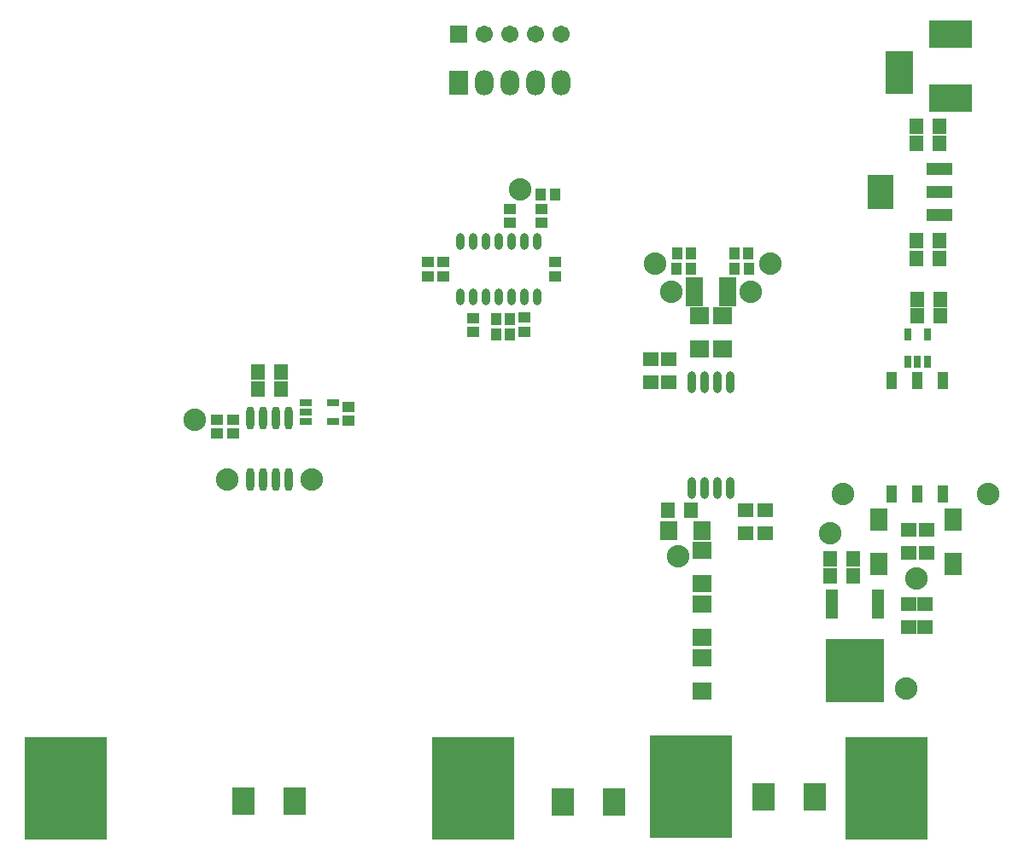
<source format=gts>
G04*
G04 #@! TF.GenerationSoftware,Altium Limited,Altium Designer,20.2.7 (254)*
G04*
G04 Layer_Color=8388736*
%FSLAX24Y24*%
%MOIN*%
G70*
G04*
G04 #@! TF.SameCoordinates,C515DB23-E466-4867-BC0D-23839EB9CC1E*
G04*
G04*
G04 #@! TF.FilePolarity,Negative*
G04*
G01*
G75*
%ADD36R,0.0580X0.0630*%
%ADD37R,0.1025X0.1379*%
%ADD38R,0.1025X0.0474*%
%ADD39O,0.0316X0.0848*%
%ADD40R,0.0690X0.0907*%
%ADD41R,0.0730X0.0680*%
%ADD42R,0.0680X0.0730*%
%ADD43R,0.2265X0.2482*%
%ADD44R,0.0454X0.1143*%
%ADD45R,0.0454X0.0395*%
%ADD46O,0.0316X0.0907*%
%ADD47R,0.0395X0.0454*%
%ADD48R,0.0710X0.1140*%
%ADD49R,0.0630X0.0580*%
%ADD50R,0.0434X0.0671*%
%ADD51R,0.0316X0.0454*%
%ADD52O,0.0316X0.0651*%
%ADD53R,0.0454X0.0316*%
%ADD54R,0.3230X0.4017*%
%ADD55R,0.0867X0.1064*%
%ADD56R,0.1680X0.1080*%
%ADD57R,0.1080X0.1680*%
%ADD58C,0.0880*%
%ADD59O,0.0730X0.0980*%
%ADD60R,0.0730X0.0980*%
%ADD61C,0.0671*%
%ADD62R,0.0671X0.0671*%
D36*
X35050Y21350D02*
D03*
X35950D02*
D03*
X26200Y13750D02*
D03*
X25300D02*
D03*
X10200Y19150D02*
D03*
X9300D02*
D03*
X10200Y18500D02*
D03*
X9300D02*
D03*
X31650Y11850D02*
D03*
X32550D02*
D03*
X31650Y11200D02*
D03*
X32550D02*
D03*
X35050Y22000D02*
D03*
X35950D02*
D03*
X35000Y24300D02*
D03*
X35900D02*
D03*
X35000Y23600D02*
D03*
X35900D02*
D03*
Y28100D02*
D03*
X35000D02*
D03*
X35900Y28750D02*
D03*
X35000D02*
D03*
D37*
X33608Y26200D02*
D03*
D38*
X35892Y27106D02*
D03*
Y26200D02*
D03*
Y25294D02*
D03*
D39*
X26250Y14633D02*
D03*
X26750D02*
D03*
X27250D02*
D03*
X27750D02*
D03*
X26250Y18767D02*
D03*
X26750D02*
D03*
X27250D02*
D03*
X27750D02*
D03*
D40*
X33550Y11668D02*
D03*
Y13400D02*
D03*
X36450Y11668D02*
D03*
Y13400D02*
D03*
D41*
X26650Y8000D02*
D03*
Y6700D02*
D03*
Y10100D02*
D03*
Y8800D02*
D03*
Y12200D02*
D03*
Y10900D02*
D03*
X27450Y21350D02*
D03*
Y20050D02*
D03*
X26550Y21350D02*
D03*
Y20050D02*
D03*
D42*
X25350Y12950D02*
D03*
X26650D02*
D03*
D43*
X32598Y7482D02*
D03*
D44*
X31700Y10100D02*
D03*
X33495D02*
D03*
D45*
X7700Y17300D02*
D03*
Y16749D02*
D03*
X8350Y16750D02*
D03*
Y17301D02*
D03*
X12850Y17244D02*
D03*
Y17796D02*
D03*
X15950Y23453D02*
D03*
Y22902D02*
D03*
X16550Y22902D02*
D03*
Y23453D02*
D03*
X17700Y20722D02*
D03*
Y21273D02*
D03*
X19700Y21278D02*
D03*
Y20727D02*
D03*
X19150Y25528D02*
D03*
Y24977D02*
D03*
X20358Y24975D02*
D03*
Y25527D02*
D03*
X20900Y22894D02*
D03*
Y23446D02*
D03*
D46*
X10500Y17351D02*
D03*
X10000D02*
D03*
X9500D02*
D03*
X9000D02*
D03*
X10500Y14949D02*
D03*
X10000D02*
D03*
X9500D02*
D03*
X9000D02*
D03*
D47*
X18589Y21237D02*
D03*
X19140D02*
D03*
X19139Y20627D02*
D03*
X18588D02*
D03*
X20350Y26100D02*
D03*
X20901D02*
D03*
X27900Y23200D02*
D03*
X28451D02*
D03*
X28446Y23800D02*
D03*
X27894D02*
D03*
X26200Y23200D02*
D03*
X25649D02*
D03*
X25654Y23800D02*
D03*
X26206D02*
D03*
D48*
X27650Y22300D02*
D03*
X26350D02*
D03*
D49*
X24650Y19650D02*
D03*
Y18750D02*
D03*
X25350Y19650D02*
D03*
Y18750D02*
D03*
X28350Y13750D02*
D03*
Y12850D02*
D03*
X29100Y13750D02*
D03*
Y12850D02*
D03*
X34700Y10100D02*
D03*
Y9200D02*
D03*
X35350Y10100D02*
D03*
Y9200D02*
D03*
X34700Y12100D02*
D03*
Y13000D02*
D03*
X35400Y12100D02*
D03*
Y13000D02*
D03*
D50*
X36050Y14400D02*
D03*
X34050D02*
D03*
X35050D02*
D03*
X34050Y18825D02*
D03*
X35050D02*
D03*
X36050D02*
D03*
D51*
X34676Y20641D02*
D03*
X35424D02*
D03*
Y19559D02*
D03*
X35050D02*
D03*
X34676D02*
D03*
D52*
X20200Y24250D02*
D03*
X19700D02*
D03*
X19200D02*
D03*
X18700D02*
D03*
X18200D02*
D03*
X17700D02*
D03*
X17200D02*
D03*
X20200Y22104D02*
D03*
X19700D02*
D03*
X19200D02*
D03*
X18700D02*
D03*
X18200D02*
D03*
X17700D02*
D03*
X17200D02*
D03*
D53*
X12241Y17974D02*
D03*
Y17226D02*
D03*
X11159D02*
D03*
Y17600D02*
D03*
Y17974D02*
D03*
D54*
X26200Y2950D02*
D03*
X33850Y2900D02*
D03*
X1800D02*
D03*
X17700D02*
D03*
D55*
X31050Y2550D02*
D03*
X29050D02*
D03*
X10750Y2400D02*
D03*
X8750D02*
D03*
X23200Y2350D02*
D03*
X21200D02*
D03*
D56*
X36350Y29850D02*
D03*
Y32350D02*
D03*
D57*
X34350Y30850D02*
D03*
D58*
X25450Y22300D02*
D03*
X25700Y11950D02*
D03*
X8100Y14950D02*
D03*
X19550Y26300D02*
D03*
X37800Y14400D02*
D03*
X32150D02*
D03*
X11400Y14950D02*
D03*
X24800Y23400D02*
D03*
X29300D02*
D03*
X28550Y22300D02*
D03*
X34600Y6800D02*
D03*
X35000Y11100D02*
D03*
X31650Y12850D02*
D03*
X6850Y17300D02*
D03*
D59*
X20150Y30450D02*
D03*
X19150D02*
D03*
X18150D02*
D03*
X21150D02*
D03*
D60*
X17150D02*
D03*
D61*
X19150Y32350D02*
D03*
X18150D02*
D03*
X20150D02*
D03*
X21150D02*
D03*
D62*
X17150D02*
D03*
M02*

</source>
